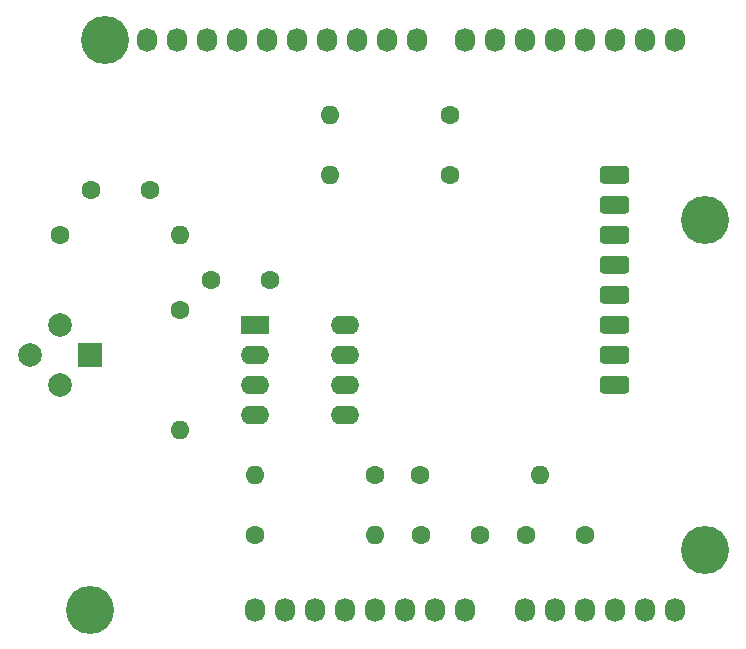
<source format=gbr>
G04 #@! TF.GenerationSoftware,KiCad,Pcbnew,5.0.2-bee76a0~70~ubuntu18.04.1*
G04 #@! TF.CreationDate,2018-11-28T15:50:50+01:00*
G04 #@! TF.ProjectId,DemoShield,44656d6f-5368-4696-956c-642e6b696361,rev?*
G04 #@! TF.SameCoordinates,Original*
G04 #@! TF.FileFunction,Copper,L1,Top*
G04 #@! TF.FilePolarity,Positive*
%FSLAX46Y46*%
G04 Gerber Fmt 4.6, Leading zero omitted, Abs format (unit mm)*
G04 Created by KiCad (PCBNEW 5.0.2-bee76a0~70~ubuntu18.04.1) date mer. 28 nov. 2018 15:50:50 CET*
%MOMM*%
%LPD*%
G01*
G04 APERTURE LIST*
G04 #@! TA.AperFunction,ComponentPad*
%ADD10C,2.000000*%
G04 #@! TD*
G04 #@! TA.AperFunction,ComponentPad*
%ADD11R,2.000000X2.000000*%
G04 #@! TD*
G04 #@! TA.AperFunction,ComponentPad*
%ADD12O,1.727200X2.032000*%
G04 #@! TD*
G04 #@! TA.AperFunction,ComponentPad*
%ADD13C,4.064000*%
G04 #@! TD*
G04 #@! TA.AperFunction,ComponentPad*
%ADD14C,1.600000*%
G04 #@! TD*
G04 #@! TA.AperFunction,ComponentPad*
%ADD15O,1.600000X1.600000*%
G04 #@! TD*
G04 #@! TA.AperFunction,ComponentPad*
%ADD16R,2.400000X1.600000*%
G04 #@! TD*
G04 #@! TA.AperFunction,ComponentPad*
%ADD17O,2.400000X1.600000*%
G04 #@! TD*
G04 #@! TA.AperFunction,Conductor*
%ADD18C,0.100000*%
G04 #@! TD*
G04 #@! TA.AperFunction,ComponentPad*
%ADD19C,1.524000*%
G04 #@! TD*
G04 APERTURE END LIST*
D10*
G04 #@! TO.P,U1,4*
G04 #@! TO.N,Net-(U1-Pad4)*
X122428000Y-104775000D03*
G04 #@! TO.P,U1,3*
G04 #@! TO.N,Net-(U1-Pad3)*
X119888000Y-102235000D03*
G04 #@! TO.P,U1,2*
G04 #@! TO.N,Net-(R1-Pad1)*
X122428000Y-99695000D03*
D11*
G04 #@! TO.P,U1,1*
G04 #@! TO.N,+3V3*
X124968000Y-102235000D03*
G04 #@! TD*
D12*
G04 #@! TO.P,P1,1*
G04 #@! TO.N,Net-(P1-Pad1)*
X138938000Y-123825000D03*
G04 #@! TO.P,P1,2*
G04 #@! TO.N,Net-(P1-Pad2)*
X141478000Y-123825000D03*
G04 #@! TO.P,P1,3*
G04 #@! TO.N,Net-(P1-Pad3)*
X144018000Y-123825000D03*
G04 #@! TO.P,P1,4*
G04 #@! TO.N,+3V3*
X146558000Y-123825000D03*
G04 #@! TO.P,P1,5*
G04 #@! TO.N,+5V*
X149098000Y-123825000D03*
G04 #@! TO.P,P1,6*
G04 #@! TO.N,GND*
X151638000Y-123825000D03*
G04 #@! TO.P,P1,7*
X154178000Y-123825000D03*
G04 #@! TO.P,P1,8*
G04 #@! TO.N,Net-(P1-Pad8)*
X156718000Y-123825000D03*
G04 #@! TD*
G04 #@! TO.P,P2,1*
G04 #@! TO.N,/A0*
X161798000Y-123825000D03*
G04 #@! TO.P,P2,2*
G04 #@! TO.N,/A1*
X164338000Y-123825000D03*
G04 #@! TO.P,P2,3*
G04 #@! TO.N,/A2*
X166878000Y-123825000D03*
G04 #@! TO.P,P2,4*
G04 #@! TO.N,/A3*
X169418000Y-123825000D03*
G04 #@! TO.P,P2,5*
G04 #@! TO.N,/A4(SDA)*
X171958000Y-123825000D03*
G04 #@! TO.P,P2,6*
G04 #@! TO.N,/A5(SCL)*
X174498000Y-123825000D03*
G04 #@! TD*
G04 #@! TO.P,P3,1*
G04 #@! TO.N,Net-(P3-Pad1)*
X129794000Y-75565000D03*
G04 #@! TO.P,P3,2*
G04 #@! TO.N,Net-(P3-Pad2)*
X132334000Y-75565000D03*
G04 #@! TO.P,P3,3*
G04 #@! TO.N,/AREF*
X134874000Y-75565000D03*
G04 #@! TO.P,P3,4*
G04 #@! TO.N,GND*
X137414000Y-75565000D03*
G04 #@! TO.P,P3,5*
G04 #@! TO.N,/13(SCK)*
X139954000Y-75565000D03*
G04 #@! TO.P,P3,6*
G04 #@! TO.N,/12(MISO)*
X142494000Y-75565000D03*
G04 #@! TO.P,P3,7*
G04 #@! TO.N,/11(\002A\002A/MOSI)*
X145034000Y-75565000D03*
G04 #@! TO.P,P3,8*
G04 #@! TO.N,/10(\002A\002A/SS)*
X147574000Y-75565000D03*
G04 #@! TO.P,P3,9*
G04 #@! TO.N,/9(\002A\002A)*
X150114000Y-75565000D03*
G04 #@! TO.P,P3,10*
G04 #@! TO.N,/8*
X152654000Y-75565000D03*
G04 #@! TD*
G04 #@! TO.P,P4,1*
G04 #@! TO.N,/7*
X156718000Y-75565000D03*
G04 #@! TO.P,P4,2*
G04 #@! TO.N,/6(\002A\002A)*
X159258000Y-75565000D03*
G04 #@! TO.P,P4,3*
G04 #@! TO.N,/5(\002A\002A)*
X161798000Y-75565000D03*
G04 #@! TO.P,P4,4*
G04 #@! TO.N,/4*
X164338000Y-75565000D03*
G04 #@! TO.P,P4,5*
G04 #@! TO.N,/3(\002A\002A)*
X166878000Y-75565000D03*
G04 #@! TO.P,P4,6*
G04 #@! TO.N,/2*
X169418000Y-75565000D03*
G04 #@! TO.P,P4,7*
G04 #@! TO.N,/1(Tx)*
X171958000Y-75565000D03*
G04 #@! TO.P,P4,8*
G04 #@! TO.N,/0(Rx)*
X174498000Y-75565000D03*
G04 #@! TD*
D13*
G04 #@! TO.P,P5,1*
G04 #@! TO.N,Net-(P5-Pad1)*
X124968000Y-123825000D03*
G04 #@! TD*
G04 #@! TO.P,P6,1*
G04 #@! TO.N,Net-(P6-Pad1)*
X177038000Y-118745000D03*
G04 #@! TD*
G04 #@! TO.P,P7,1*
G04 #@! TO.N,Net-(P7-Pad1)*
X126238000Y-75565000D03*
G04 #@! TD*
G04 #@! TO.P,P8,1*
G04 #@! TO.N,Net-(P8-Pad1)*
X177038000Y-90805000D03*
G04 #@! TD*
D14*
G04 #@! TO.P,C1,1*
G04 #@! TO.N,Net-(C1-Pad1)*
X130048000Y-88265000D03*
G04 #@! TO.P,C1,2*
G04 #@! TO.N,GND*
X125048000Y-88265000D03*
G04 #@! TD*
G04 #@! TO.P,C2,2*
G04 #@! TO.N,Net-(C2-Pad2)*
X135208000Y-95885000D03*
G04 #@! TO.P,C2,1*
G04 #@! TO.N,Net-(C2-Pad1)*
X140208000Y-95885000D03*
G04 #@! TD*
G04 #@! TO.P,C3,1*
G04 #@! TO.N,+5V*
X157988000Y-117475000D03*
G04 #@! TO.P,C3,2*
G04 #@! TO.N,GND*
X152988000Y-117475000D03*
G04 #@! TD*
G04 #@! TO.P,C4,2*
G04 #@! TO.N,GND*
X161878000Y-117475000D03*
G04 #@! TO.P,C4,1*
G04 #@! TO.N,/A0*
X166878000Y-117475000D03*
G04 #@! TD*
G04 #@! TO.P,R1,1*
G04 #@! TO.N,Net-(R1-Pad1)*
X122428000Y-92075000D03*
D15*
G04 #@! TO.P,R1,2*
G04 #@! TO.N,Net-(C1-Pad1)*
X132588000Y-92075000D03*
G04 #@! TD*
G04 #@! TO.P,R2,2*
G04 #@! TO.N,GND*
X132588000Y-108585000D03*
D14*
G04 #@! TO.P,R2,1*
G04 #@! TO.N,Net-(C1-Pad1)*
X132588000Y-98425000D03*
G04 #@! TD*
G04 #@! TO.P,R3,1*
G04 #@! TO.N,Net-(C2-Pad2)*
X138938000Y-117475000D03*
D15*
G04 #@! TO.P,R3,2*
G04 #@! TO.N,GND*
X149098000Y-117475000D03*
G04 #@! TD*
G04 #@! TO.P,R4,2*
G04 #@! TO.N,Net-(C2-Pad2)*
X138938000Y-112395000D03*
D14*
G04 #@! TO.P,R4,1*
G04 #@! TO.N,Net-(C2-Pad1)*
X149098000Y-112395000D03*
G04 #@! TD*
G04 #@! TO.P,R5,1*
G04 #@! TO.N,Net-(C2-Pad1)*
X152908000Y-112395000D03*
D15*
G04 #@! TO.P,R5,2*
G04 #@! TO.N,/A0*
X163068000Y-112395000D03*
G04 #@! TD*
G04 #@! TO.P,R6,2*
G04 #@! TO.N,GND*
X145288000Y-86995000D03*
D14*
G04 #@! TO.P,R6,1*
G04 #@! TO.N,Net-(R6-Pad1)*
X155448000Y-86995000D03*
G04 #@! TD*
G04 #@! TO.P,R7,1*
G04 #@! TO.N,Net-(R6-Pad1)*
X155448000Y-81915000D03*
D15*
G04 #@! TO.P,R7,2*
G04 #@! TO.N,/11(\002A\002A/MOSI)*
X145288000Y-81915000D03*
G04 #@! TD*
D16*
G04 #@! TO.P,U2,1*
G04 #@! TO.N,Net-(U2-Pad1)*
X138938000Y-99695000D03*
D17*
G04 #@! TO.P,U2,5*
G04 #@! TO.N,Net-(U2-Pad5)*
X146558000Y-107315000D03*
G04 #@! TO.P,U2,2*
G04 #@! TO.N,Net-(C2-Pad2)*
X138938000Y-102235000D03*
G04 #@! TO.P,U2,6*
G04 #@! TO.N,Net-(C2-Pad1)*
X146558000Y-104775000D03*
G04 #@! TO.P,U2,3*
G04 #@! TO.N,Net-(C1-Pad1)*
X138938000Y-104775000D03*
G04 #@! TO.P,U2,7*
G04 #@! TO.N,+5V*
X146558000Y-102235000D03*
G04 #@! TO.P,U2,4*
G04 #@! TO.N,GND*
X138938000Y-107315000D03*
G04 #@! TO.P,U2,8*
G04 #@! TO.N,Net-(U2-Pad8)*
X146558000Y-99695000D03*
G04 #@! TD*
D18*
G04 #@! TO.N,/10(\002A\002A/SS)*
G04 #@! TO.C,U3*
G36*
X170336345Y-86234835D02*
X170373329Y-86240321D01*
X170409598Y-86249406D01*
X170444802Y-86262002D01*
X170478602Y-86277988D01*
X170510672Y-86297210D01*
X170540704Y-86319483D01*
X170568408Y-86344592D01*
X170593517Y-86372296D01*
X170615790Y-86402328D01*
X170635012Y-86434398D01*
X170650998Y-86468198D01*
X170663594Y-86503402D01*
X170672679Y-86539671D01*
X170678165Y-86576655D01*
X170680000Y-86614000D01*
X170680000Y-87376000D01*
X170678165Y-87413345D01*
X170672679Y-87450329D01*
X170663594Y-87486598D01*
X170650998Y-87521802D01*
X170635012Y-87555602D01*
X170615790Y-87587672D01*
X170593517Y-87617704D01*
X170568408Y-87645408D01*
X170540704Y-87670517D01*
X170510672Y-87692790D01*
X170478602Y-87712012D01*
X170444802Y-87727998D01*
X170409598Y-87740594D01*
X170373329Y-87749679D01*
X170336345Y-87755165D01*
X170299000Y-87757000D01*
X168537000Y-87757000D01*
X168499655Y-87755165D01*
X168462671Y-87749679D01*
X168426402Y-87740594D01*
X168391198Y-87727998D01*
X168357398Y-87712012D01*
X168325328Y-87692790D01*
X168295296Y-87670517D01*
X168267592Y-87645408D01*
X168242483Y-87617704D01*
X168220210Y-87587672D01*
X168200988Y-87555602D01*
X168185002Y-87521802D01*
X168172406Y-87486598D01*
X168163321Y-87450329D01*
X168157835Y-87413345D01*
X168156000Y-87376000D01*
X168156000Y-86614000D01*
X168157835Y-86576655D01*
X168163321Y-86539671D01*
X168172406Y-86503402D01*
X168185002Y-86468198D01*
X168200988Y-86434398D01*
X168220210Y-86402328D01*
X168242483Y-86372296D01*
X168267592Y-86344592D01*
X168295296Y-86319483D01*
X168325328Y-86297210D01*
X168357398Y-86277988D01*
X168391198Y-86262002D01*
X168426402Y-86249406D01*
X168462671Y-86240321D01*
X168499655Y-86234835D01*
X168537000Y-86233000D01*
X170299000Y-86233000D01*
X170336345Y-86234835D01*
X170336345Y-86234835D01*
G37*
D19*
G04 #@! TD*
G04 #@! TO.P,U3,1*
G04 #@! TO.N,/10(\002A\002A/SS)*
X169418000Y-86995000D03*
D18*
G04 #@! TO.N,Net-(R6-Pad1)*
G04 #@! TO.C,U3*
G36*
X170336345Y-88774835D02*
X170373329Y-88780321D01*
X170409598Y-88789406D01*
X170444802Y-88802002D01*
X170478602Y-88817988D01*
X170510672Y-88837210D01*
X170540704Y-88859483D01*
X170568408Y-88884592D01*
X170593517Y-88912296D01*
X170615790Y-88942328D01*
X170635012Y-88974398D01*
X170650998Y-89008198D01*
X170663594Y-89043402D01*
X170672679Y-89079671D01*
X170678165Y-89116655D01*
X170680000Y-89154000D01*
X170680000Y-89916000D01*
X170678165Y-89953345D01*
X170672679Y-89990329D01*
X170663594Y-90026598D01*
X170650998Y-90061802D01*
X170635012Y-90095602D01*
X170615790Y-90127672D01*
X170593517Y-90157704D01*
X170568408Y-90185408D01*
X170540704Y-90210517D01*
X170510672Y-90232790D01*
X170478602Y-90252012D01*
X170444802Y-90267998D01*
X170409598Y-90280594D01*
X170373329Y-90289679D01*
X170336345Y-90295165D01*
X170299000Y-90297000D01*
X168537000Y-90297000D01*
X168499655Y-90295165D01*
X168462671Y-90289679D01*
X168426402Y-90280594D01*
X168391198Y-90267998D01*
X168357398Y-90252012D01*
X168325328Y-90232790D01*
X168295296Y-90210517D01*
X168267592Y-90185408D01*
X168242483Y-90157704D01*
X168220210Y-90127672D01*
X168200988Y-90095602D01*
X168185002Y-90061802D01*
X168172406Y-90026598D01*
X168163321Y-89990329D01*
X168157835Y-89953345D01*
X168156000Y-89916000D01*
X168156000Y-89154000D01*
X168157835Y-89116655D01*
X168163321Y-89079671D01*
X168172406Y-89043402D01*
X168185002Y-89008198D01*
X168200988Y-88974398D01*
X168220210Y-88942328D01*
X168242483Y-88912296D01*
X168267592Y-88884592D01*
X168295296Y-88859483D01*
X168325328Y-88837210D01*
X168357398Y-88817988D01*
X168391198Y-88802002D01*
X168426402Y-88789406D01*
X168462671Y-88780321D01*
X168499655Y-88774835D01*
X168537000Y-88773000D01*
X170299000Y-88773000D01*
X170336345Y-88774835D01*
X170336345Y-88774835D01*
G37*
D19*
G04 #@! TD*
G04 #@! TO.P,U3,2*
G04 #@! TO.N,Net-(R6-Pad1)*
X169418000Y-89535000D03*
D18*
G04 #@! TO.N,Net-(U3-Pad3)*
G04 #@! TO.C,U3*
G36*
X170336345Y-91314835D02*
X170373329Y-91320321D01*
X170409598Y-91329406D01*
X170444802Y-91342002D01*
X170478602Y-91357988D01*
X170510672Y-91377210D01*
X170540704Y-91399483D01*
X170568408Y-91424592D01*
X170593517Y-91452296D01*
X170615790Y-91482328D01*
X170635012Y-91514398D01*
X170650998Y-91548198D01*
X170663594Y-91583402D01*
X170672679Y-91619671D01*
X170678165Y-91656655D01*
X170680000Y-91694000D01*
X170680000Y-92456000D01*
X170678165Y-92493345D01*
X170672679Y-92530329D01*
X170663594Y-92566598D01*
X170650998Y-92601802D01*
X170635012Y-92635602D01*
X170615790Y-92667672D01*
X170593517Y-92697704D01*
X170568408Y-92725408D01*
X170540704Y-92750517D01*
X170510672Y-92772790D01*
X170478602Y-92792012D01*
X170444802Y-92807998D01*
X170409598Y-92820594D01*
X170373329Y-92829679D01*
X170336345Y-92835165D01*
X170299000Y-92837000D01*
X168537000Y-92837000D01*
X168499655Y-92835165D01*
X168462671Y-92829679D01*
X168426402Y-92820594D01*
X168391198Y-92807998D01*
X168357398Y-92792012D01*
X168325328Y-92772790D01*
X168295296Y-92750517D01*
X168267592Y-92725408D01*
X168242483Y-92697704D01*
X168220210Y-92667672D01*
X168200988Y-92635602D01*
X168185002Y-92601802D01*
X168172406Y-92566598D01*
X168163321Y-92530329D01*
X168157835Y-92493345D01*
X168156000Y-92456000D01*
X168156000Y-91694000D01*
X168157835Y-91656655D01*
X168163321Y-91619671D01*
X168172406Y-91583402D01*
X168185002Y-91548198D01*
X168200988Y-91514398D01*
X168220210Y-91482328D01*
X168242483Y-91452296D01*
X168267592Y-91424592D01*
X168295296Y-91399483D01*
X168325328Y-91377210D01*
X168357398Y-91357988D01*
X168391198Y-91342002D01*
X168426402Y-91329406D01*
X168462671Y-91320321D01*
X168499655Y-91314835D01*
X168537000Y-91313000D01*
X170299000Y-91313000D01*
X170336345Y-91314835D01*
X170336345Y-91314835D01*
G37*
D19*
G04 #@! TD*
G04 #@! TO.P,U3,3*
G04 #@! TO.N,Net-(U3-Pad3)*
X169418000Y-92075000D03*
D18*
G04 #@! TO.N,Net-(U3-Pad4)*
G04 #@! TO.C,U3*
G36*
X170336345Y-93854835D02*
X170373329Y-93860321D01*
X170409598Y-93869406D01*
X170444802Y-93882002D01*
X170478602Y-93897988D01*
X170510672Y-93917210D01*
X170540704Y-93939483D01*
X170568408Y-93964592D01*
X170593517Y-93992296D01*
X170615790Y-94022328D01*
X170635012Y-94054398D01*
X170650998Y-94088198D01*
X170663594Y-94123402D01*
X170672679Y-94159671D01*
X170678165Y-94196655D01*
X170680000Y-94234000D01*
X170680000Y-94996000D01*
X170678165Y-95033345D01*
X170672679Y-95070329D01*
X170663594Y-95106598D01*
X170650998Y-95141802D01*
X170635012Y-95175602D01*
X170615790Y-95207672D01*
X170593517Y-95237704D01*
X170568408Y-95265408D01*
X170540704Y-95290517D01*
X170510672Y-95312790D01*
X170478602Y-95332012D01*
X170444802Y-95347998D01*
X170409598Y-95360594D01*
X170373329Y-95369679D01*
X170336345Y-95375165D01*
X170299000Y-95377000D01*
X168537000Y-95377000D01*
X168499655Y-95375165D01*
X168462671Y-95369679D01*
X168426402Y-95360594D01*
X168391198Y-95347998D01*
X168357398Y-95332012D01*
X168325328Y-95312790D01*
X168295296Y-95290517D01*
X168267592Y-95265408D01*
X168242483Y-95237704D01*
X168220210Y-95207672D01*
X168200988Y-95175602D01*
X168185002Y-95141802D01*
X168172406Y-95106598D01*
X168163321Y-95070329D01*
X168157835Y-95033345D01*
X168156000Y-94996000D01*
X168156000Y-94234000D01*
X168157835Y-94196655D01*
X168163321Y-94159671D01*
X168172406Y-94123402D01*
X168185002Y-94088198D01*
X168200988Y-94054398D01*
X168220210Y-94022328D01*
X168242483Y-93992296D01*
X168267592Y-93964592D01*
X168295296Y-93939483D01*
X168325328Y-93917210D01*
X168357398Y-93897988D01*
X168391198Y-93882002D01*
X168426402Y-93869406D01*
X168462671Y-93860321D01*
X168499655Y-93854835D01*
X168537000Y-93853000D01*
X170299000Y-93853000D01*
X170336345Y-93854835D01*
X170336345Y-93854835D01*
G37*
D19*
G04 #@! TD*
G04 #@! TO.P,U3,4*
G04 #@! TO.N,Net-(U3-Pad4)*
X169418000Y-94615000D03*
D18*
G04 #@! TO.N,/12(MISO)*
G04 #@! TO.C,U3*
G36*
X170336345Y-96394835D02*
X170373329Y-96400321D01*
X170409598Y-96409406D01*
X170444802Y-96422002D01*
X170478602Y-96437988D01*
X170510672Y-96457210D01*
X170540704Y-96479483D01*
X170568408Y-96504592D01*
X170593517Y-96532296D01*
X170615790Y-96562328D01*
X170635012Y-96594398D01*
X170650998Y-96628198D01*
X170663594Y-96663402D01*
X170672679Y-96699671D01*
X170678165Y-96736655D01*
X170680000Y-96774000D01*
X170680000Y-97536000D01*
X170678165Y-97573345D01*
X170672679Y-97610329D01*
X170663594Y-97646598D01*
X170650998Y-97681802D01*
X170635012Y-97715602D01*
X170615790Y-97747672D01*
X170593517Y-97777704D01*
X170568408Y-97805408D01*
X170540704Y-97830517D01*
X170510672Y-97852790D01*
X170478602Y-97872012D01*
X170444802Y-97887998D01*
X170409598Y-97900594D01*
X170373329Y-97909679D01*
X170336345Y-97915165D01*
X170299000Y-97917000D01*
X168537000Y-97917000D01*
X168499655Y-97915165D01*
X168462671Y-97909679D01*
X168426402Y-97900594D01*
X168391198Y-97887998D01*
X168357398Y-97872012D01*
X168325328Y-97852790D01*
X168295296Y-97830517D01*
X168267592Y-97805408D01*
X168242483Y-97777704D01*
X168220210Y-97747672D01*
X168200988Y-97715602D01*
X168185002Y-97681802D01*
X168172406Y-97646598D01*
X168163321Y-97610329D01*
X168157835Y-97573345D01*
X168156000Y-97536000D01*
X168156000Y-96774000D01*
X168157835Y-96736655D01*
X168163321Y-96699671D01*
X168172406Y-96663402D01*
X168185002Y-96628198D01*
X168200988Y-96594398D01*
X168220210Y-96562328D01*
X168242483Y-96532296D01*
X168267592Y-96504592D01*
X168295296Y-96479483D01*
X168325328Y-96457210D01*
X168357398Y-96437988D01*
X168391198Y-96422002D01*
X168426402Y-96409406D01*
X168462671Y-96400321D01*
X168499655Y-96394835D01*
X168537000Y-96393000D01*
X170299000Y-96393000D01*
X170336345Y-96394835D01*
X170336345Y-96394835D01*
G37*
D19*
G04 #@! TD*
G04 #@! TO.P,U3,5*
G04 #@! TO.N,/12(MISO)*
X169418000Y-97155000D03*
D18*
G04 #@! TO.N,+3V3*
G04 #@! TO.C,U3*
G36*
X170336345Y-98934835D02*
X170373329Y-98940321D01*
X170409598Y-98949406D01*
X170444802Y-98962002D01*
X170478602Y-98977988D01*
X170510672Y-98997210D01*
X170540704Y-99019483D01*
X170568408Y-99044592D01*
X170593517Y-99072296D01*
X170615790Y-99102328D01*
X170635012Y-99134398D01*
X170650998Y-99168198D01*
X170663594Y-99203402D01*
X170672679Y-99239671D01*
X170678165Y-99276655D01*
X170680000Y-99314000D01*
X170680000Y-100076000D01*
X170678165Y-100113345D01*
X170672679Y-100150329D01*
X170663594Y-100186598D01*
X170650998Y-100221802D01*
X170635012Y-100255602D01*
X170615790Y-100287672D01*
X170593517Y-100317704D01*
X170568408Y-100345408D01*
X170540704Y-100370517D01*
X170510672Y-100392790D01*
X170478602Y-100412012D01*
X170444802Y-100427998D01*
X170409598Y-100440594D01*
X170373329Y-100449679D01*
X170336345Y-100455165D01*
X170299000Y-100457000D01*
X168537000Y-100457000D01*
X168499655Y-100455165D01*
X168462671Y-100449679D01*
X168426402Y-100440594D01*
X168391198Y-100427998D01*
X168357398Y-100412012D01*
X168325328Y-100392790D01*
X168295296Y-100370517D01*
X168267592Y-100345408D01*
X168242483Y-100317704D01*
X168220210Y-100287672D01*
X168200988Y-100255602D01*
X168185002Y-100221802D01*
X168172406Y-100186598D01*
X168163321Y-100150329D01*
X168157835Y-100113345D01*
X168156000Y-100076000D01*
X168156000Y-99314000D01*
X168157835Y-99276655D01*
X168163321Y-99239671D01*
X168172406Y-99203402D01*
X168185002Y-99168198D01*
X168200988Y-99134398D01*
X168220210Y-99102328D01*
X168242483Y-99072296D01*
X168267592Y-99044592D01*
X168295296Y-99019483D01*
X168325328Y-98997210D01*
X168357398Y-98977988D01*
X168391198Y-98962002D01*
X168426402Y-98949406D01*
X168462671Y-98940321D01*
X168499655Y-98934835D01*
X168537000Y-98933000D01*
X170299000Y-98933000D01*
X170336345Y-98934835D01*
X170336345Y-98934835D01*
G37*
D19*
G04 #@! TD*
G04 #@! TO.P,U3,6*
G04 #@! TO.N,+3V3*
X169418000Y-99695000D03*
D18*
G04 #@! TO.N,Net-(U3-Pad7)*
G04 #@! TO.C,U3*
G36*
X170336345Y-101474835D02*
X170373329Y-101480321D01*
X170409598Y-101489406D01*
X170444802Y-101502002D01*
X170478602Y-101517988D01*
X170510672Y-101537210D01*
X170540704Y-101559483D01*
X170568408Y-101584592D01*
X170593517Y-101612296D01*
X170615790Y-101642328D01*
X170635012Y-101674398D01*
X170650998Y-101708198D01*
X170663594Y-101743402D01*
X170672679Y-101779671D01*
X170678165Y-101816655D01*
X170680000Y-101854000D01*
X170680000Y-102616000D01*
X170678165Y-102653345D01*
X170672679Y-102690329D01*
X170663594Y-102726598D01*
X170650998Y-102761802D01*
X170635012Y-102795602D01*
X170615790Y-102827672D01*
X170593517Y-102857704D01*
X170568408Y-102885408D01*
X170540704Y-102910517D01*
X170510672Y-102932790D01*
X170478602Y-102952012D01*
X170444802Y-102967998D01*
X170409598Y-102980594D01*
X170373329Y-102989679D01*
X170336345Y-102995165D01*
X170299000Y-102997000D01*
X168537000Y-102997000D01*
X168499655Y-102995165D01*
X168462671Y-102989679D01*
X168426402Y-102980594D01*
X168391198Y-102967998D01*
X168357398Y-102952012D01*
X168325328Y-102932790D01*
X168295296Y-102910517D01*
X168267592Y-102885408D01*
X168242483Y-102857704D01*
X168220210Y-102827672D01*
X168200988Y-102795602D01*
X168185002Y-102761802D01*
X168172406Y-102726598D01*
X168163321Y-102690329D01*
X168157835Y-102653345D01*
X168156000Y-102616000D01*
X168156000Y-101854000D01*
X168157835Y-101816655D01*
X168163321Y-101779671D01*
X168172406Y-101743402D01*
X168185002Y-101708198D01*
X168200988Y-101674398D01*
X168220210Y-101642328D01*
X168242483Y-101612296D01*
X168267592Y-101584592D01*
X168295296Y-101559483D01*
X168325328Y-101537210D01*
X168357398Y-101517988D01*
X168391198Y-101502002D01*
X168426402Y-101489406D01*
X168462671Y-101480321D01*
X168499655Y-101474835D01*
X168537000Y-101473000D01*
X170299000Y-101473000D01*
X170336345Y-101474835D01*
X170336345Y-101474835D01*
G37*
D19*
G04 #@! TD*
G04 #@! TO.P,U3,7*
G04 #@! TO.N,Net-(U3-Pad7)*
X169418000Y-102235000D03*
D18*
G04 #@! TO.N,GND*
G04 #@! TO.C,U3*
G36*
X170336345Y-104014835D02*
X170373329Y-104020321D01*
X170409598Y-104029406D01*
X170444802Y-104042002D01*
X170478602Y-104057988D01*
X170510672Y-104077210D01*
X170540704Y-104099483D01*
X170568408Y-104124592D01*
X170593517Y-104152296D01*
X170615790Y-104182328D01*
X170635012Y-104214398D01*
X170650998Y-104248198D01*
X170663594Y-104283402D01*
X170672679Y-104319671D01*
X170678165Y-104356655D01*
X170680000Y-104394000D01*
X170680000Y-105156000D01*
X170678165Y-105193345D01*
X170672679Y-105230329D01*
X170663594Y-105266598D01*
X170650998Y-105301802D01*
X170635012Y-105335602D01*
X170615790Y-105367672D01*
X170593517Y-105397704D01*
X170568408Y-105425408D01*
X170540704Y-105450517D01*
X170510672Y-105472790D01*
X170478602Y-105492012D01*
X170444802Y-105507998D01*
X170409598Y-105520594D01*
X170373329Y-105529679D01*
X170336345Y-105535165D01*
X170299000Y-105537000D01*
X168537000Y-105537000D01*
X168499655Y-105535165D01*
X168462671Y-105529679D01*
X168426402Y-105520594D01*
X168391198Y-105507998D01*
X168357398Y-105492012D01*
X168325328Y-105472790D01*
X168295296Y-105450517D01*
X168267592Y-105425408D01*
X168242483Y-105397704D01*
X168220210Y-105367672D01*
X168200988Y-105335602D01*
X168185002Y-105301802D01*
X168172406Y-105266598D01*
X168163321Y-105230329D01*
X168157835Y-105193345D01*
X168156000Y-105156000D01*
X168156000Y-104394000D01*
X168157835Y-104356655D01*
X168163321Y-104319671D01*
X168172406Y-104283402D01*
X168185002Y-104248198D01*
X168200988Y-104214398D01*
X168220210Y-104182328D01*
X168242483Y-104152296D01*
X168267592Y-104124592D01*
X168295296Y-104099483D01*
X168325328Y-104077210D01*
X168357398Y-104057988D01*
X168391198Y-104042002D01*
X168426402Y-104029406D01*
X168462671Y-104020321D01*
X168499655Y-104014835D01*
X168537000Y-104013000D01*
X170299000Y-104013000D01*
X170336345Y-104014835D01*
X170336345Y-104014835D01*
G37*
D19*
G04 #@! TD*
G04 #@! TO.P,U3,8*
G04 #@! TO.N,GND*
X169418000Y-104775000D03*
M02*

</source>
